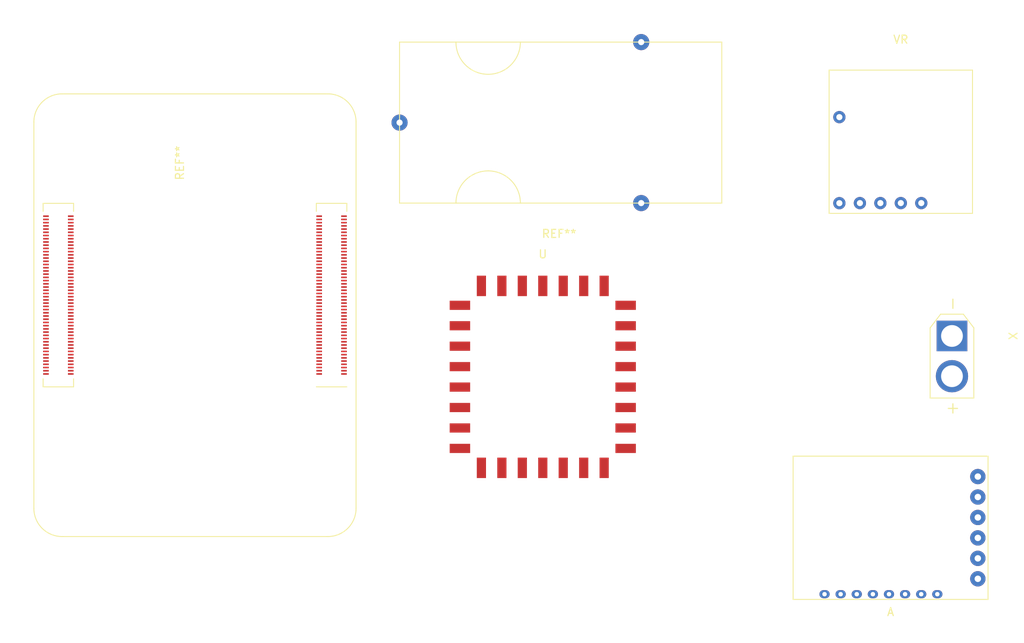
<source format=kicad_pcb>
(kicad_pcb (version 20171130) (host pcbnew "(5.1.10)-1")

  (general
    (thickness 1.6)
    (drawings 4)
    (tracks 0)
    (zones 0)
    (modules 6)
    (nets 1)
  )

  (page A2)
  (layers
    (0 F.Cu signal)
    (31 B.Cu signal)
    (32 B.Adhes user)
    (33 F.Adhes user)
    (34 B.Paste user)
    (35 F.Paste user)
    (36 B.SilkS user)
    (37 F.SilkS user)
    (38 B.Mask user)
    (39 F.Mask user)
    (40 Dwgs.User user)
    (41 Cmts.User user)
    (42 Eco1.User user)
    (43 Eco2.User user)
    (44 Edge.Cuts user)
    (45 Margin user)
    (46 B.CrtYd user)
    (47 F.CrtYd user)
    (48 B.Fab user)
    (49 F.Fab user)
  )

  (setup
    (last_trace_width 0.25)
    (trace_clearance 0.2)
    (zone_clearance 0.508)
    (zone_45_only no)
    (trace_min 0.2)
    (via_size 0.8)
    (via_drill 0.4)
    (via_min_size 0.4)
    (via_min_drill 0.3)
    (uvia_size 0.3)
    (uvia_drill 0.1)
    (uvias_allowed no)
    (uvia_min_size 0.2)
    (uvia_min_drill 0.1)
    (edge_width 0.05)
    (segment_width 0.2)
    (pcb_text_width 0.3)
    (pcb_text_size 1.5 1.5)
    (mod_edge_width 0.12)
    (mod_text_size 1 1)
    (mod_text_width 0.15)
    (pad_size 1.524 1.524)
    (pad_drill 0.762)
    (pad_to_mask_clearance 0)
    (aux_axis_origin 0 0)
    (grid_origin 52.07 29.21)
    (visible_elements 7FFFFFFF)
    (pcbplotparams
      (layerselection 0x010fc_ffffffff)
      (usegerberextensions false)
      (usegerberattributes true)
      (usegerberadvancedattributes true)
      (creategerberjobfile true)
      (excludeedgelayer true)
      (linewidth 0.100000)
      (plotframeref false)
      (viasonmask false)
      (mode 1)
      (useauxorigin false)
      (hpglpennumber 1)
      (hpglpenspeed 20)
      (hpglpendiameter 15.000000)
      (psnegative false)
      (psa4output false)
      (plotreference true)
      (plotvalue true)
      (plotinvisibletext false)
      (padsonsilk false)
      (subtractmaskfromsilk false)
      (outputformat 1)
      (mirror false)
      (drillshape 1)
      (scaleselection 1)
      (outputdirectory ""))
  )

  (net 0 "")

  (net_class Default "This is the default net class."
    (clearance 0.2)
    (trace_width 0.25)
    (via_dia 0.8)
    (via_drill 0.4)
    (uvia_dia 0.3)
    (uvia_drill 0.1)
  )

  (module PayloadFootprints:Barometer_Grove (layer F.Cu) (tedit 61613564) (tstamp 6161C4A9)
    (at 203.2 139.7 180)
    (fp_text reference REF** (at -19.812 -3.81) (layer F.SilkS)
      (effects (font (size 1 1) (thickness 0.15)))
    )
    (fp_text value Barometer_Grove (at -19.05 24.384) (layer F.Fab)
      (effects (font (size 1 1) (thickness 0.15)))
    )
    (fp_line (start 0 0) (end 0 20) (layer F.SilkS) (width 0.12))
    (fp_line (start -40 0) (end -40 20) (layer F.SilkS) (width 0.12))
    (fp_line (start -40 0) (end 0 0) (layer F.SilkS) (width 0.12))
    (fp_line (start 0 20) (end -40 20) (layer F.SilkS) (width 0.12))
    (fp_arc (start -11 20) (end -7 20) (angle -180) (layer F.SilkS) (width 0.12))
    (fp_arc (start -11 0) (end -15 0) (angle -180) (layer F.SilkS) (width 0.12))
    (pad "" np_thru_hole circle (at 0 10 180) (size 2 2) (drill 0.762) (layers *.Cu *.Mask))
    (pad "" np_thru_hole circle (at -30 0 180) (size 2 2) (drill 0.762) (layers *.Cu *.Mask))
    (pad "" np_thru_hole circle (at -30 20 180) (size 2 2) (drill 0.762) (layers *.Cu *.Mask))
  )

  (module PayloadFootprints:VN-100 (layer F.Cu) (tedit 615E3B2C) (tstamp 6161BC78)
    (at 220.98 161.29)
    (fp_text reference U (at 0 -15.24) (layer F.SilkS)
      (effects (font (size 1 1) (thickness 0.15)))
    )
    (fp_text value VN-100 (at 0 15.24) (layer F.Fab)
      (effects (font (size 1 1) (thickness 0.15)))
    )
    (pad 16 smd rect (at -10.287 -8.89 90) (size 1.143 2.54) (layers F.Cu F.Paste F.Mask))
    (pad 8 smd rect (at 10.287 -8.89 90) (size 1.143 2.54) (layers F.Cu F.Paste F.Mask))
    (pad 1 smd rect (at 10.287 8.89 90) (size 1.143 2.54) (layers F.Cu F.Paste F.Mask))
    (pad 2 smd rect (at 10.287 6.35 90) (size 1.143 2.54) (layers F.Cu F.Paste F.Mask))
    (pad 3 smd rect (at 10.287 3.81 90) (size 1.143 2.54) (layers F.Cu F.Paste F.Mask))
    (pad 4 smd rect (at 10.287 1.27 90) (size 1.143 2.54) (layers F.Cu F.Paste F.Mask))
    (pad 5 smd rect (at 10.287 -1.27 90) (size 1.143 2.54) (layers F.Cu F.Paste F.Mask))
    (pad 6 smd rect (at 10.287 -3.81 90) (size 1.143 2.54) (layers F.Cu F.Paste F.Mask))
    (pad 22 smd rect (at -10.287 6.35 90) (size 1.143 2.54) (layers F.Cu F.Paste F.Mask))
    (pad 23 smd rect (at -10.287 8.89 90) (size 1.143 2.54) (layers F.Cu F.Paste F.Mask))
    (pad 21 smd rect (at -10.287 3.81 90) (size 1.143 2.54) (layers F.Cu F.Paste F.Mask))
    (pad 20 smd rect (at -10.287 1.27 90) (size 1.143 2.54) (layers F.Cu F.Paste F.Mask))
    (pad 19 smd rect (at -10.287 -1.27 90) (size 1.143 2.54) (layers F.Cu F.Paste F.Mask))
    (pad 18 smd rect (at -10.287 -3.81 90) (size 1.143 2.54) (layers F.Cu F.Paste F.Mask))
    (pad 17 smd rect (at -10.287 -6.35 90) (size 1.143 2.54) (layers F.Cu F.Paste F.Mask))
    (pad 7 smd rect (at 10.287 -6.35 90) (size 1.143 2.54) (layers F.Cu F.Paste F.Mask))
    (pad 24 smd rect (at -7.62 11.303 180) (size 1.143 2.54) (layers F.Cu F.Paste F.Mask))
    (pad 25 smd rect (at -5.08 11.303 180) (size 1.143 2.54) (layers F.Cu F.Paste F.Mask))
    (pad 26 smd rect (at -2.54 11.303 180) (size 1.143 2.54) (layers F.Cu F.Paste F.Mask))
    (pad 27 smd rect (at 0 11.303 180) (size 1.143 2.54) (layers F.Cu F.Paste F.Mask))
    (pad 28 smd rect (at 2.54 11.303 180) (size 1.143 2.54) (layers F.Cu F.Paste F.Mask))
    (pad 29 smd rect (at 5.08 11.303 180) (size 1.143 2.54) (layers F.Cu F.Paste F.Mask))
    (pad 15 smd rect (at -7.62 -11.303) (size 1.143 2.54) (layers F.Cu F.Paste F.Mask))
    (pad 14 smd rect (at -5.08 -11.303) (size 1.143 2.54) (layers F.Cu F.Paste F.Mask))
    (pad 13 smd rect (at -2.54 -11.303) (size 1.143 2.54) (layers F.Cu F.Paste F.Mask))
    (pad 12 smd rect (at 0 -11.303) (size 1.143 2.54) (layers F.Cu F.Paste F.Mask))
    (pad 11 smd rect (at 2.54 -11.303) (size 1.143 2.54) (layers F.Cu F.Paste F.Mask))
    (pad 10 smd rect (at 5.08 -11.303) (size 1.143 2.54) (layers F.Cu F.Paste F.Mask))
    (pad 30 smd rect (at 7.62 11.303) (size 1.143 2.54) (layers F.Cu F.Paste F.Mask))
    (pad 9 smd rect (at 7.62 -11.303) (size 1.143 2.54) (layers F.Cu F.Paste F.Mask))
  )

  (module PayloadFootprints:XT30 (layer F.Cu) (tedit 615E3B24) (tstamp 6161B2E2)
    (at 271.78 156.21 270)
    (fp_text reference X (at 0 -7.62 90) (layer F.SilkS)
      (effects (font (size 1 1) (thickness 0.15)))
    )
    (fp_text value XT30 (at 0 8.89 90) (layer F.Fab)
      (effects (font (size 1 1) (thickness 0.15)))
    )
    (fp_line (start -0.9 2.6) (end 7.6 2.6) (layer F.Fab) (width 0.1))
    (fp_line (start -1.01 2.71) (end 7.71 2.71) (layer F.SilkS) (width 0.12))
    (fp_line (start 7.6 -2.6) (end 7.6 2.6) (layer F.Fab) (width 0.1))
    (fp_line (start -2.6 -1.3) (end -2.6 1.3) (layer F.Fab) (width 0.1))
    (fp_line (start -2.71 -1.41) (end -2.71 1.41) (layer F.SilkS) (width 0.12))
    (fp_line (start 8.1 -3.1) (end 8.1 3.1) (layer F.CrtYd) (width 0.05))
    (fp_line (start -1.4 -3.1) (end 8.1 -3.1) (layer F.CrtYd) (width 0.05))
    (fp_line (start -2.71 1.41) (end -1.01 2.71) (layer F.SilkS) (width 0.12))
    (fp_line (start -3.1 -1.8) (end -1.4 -3.1) (layer F.CrtYd) (width 0.05))
    (fp_line (start -1.4 3.1) (end 8.1 3.1) (layer F.CrtYd) (width 0.05))
    (fp_line (start -2.71 -1.41) (end -1.01 -2.71) (layer F.SilkS) (width 0.12))
    (fp_line (start -3.1 -1.8) (end -3.1 1.8) (layer F.CrtYd) (width 0.05))
    (fp_line (start -3.1 1.8) (end -1.4 3.1) (layer F.CrtYd) (width 0.05))
    (fp_line (start -1.01 -2.71) (end 7.71 -2.71) (layer F.SilkS) (width 0.12))
    (fp_line (start -2.6 1.3) (end -0.9 2.6) (layer F.Fab) (width 0.1))
    (fp_line (start -2.6 -1.3) (end -0.9 -2.6) (layer F.Fab) (width 0.1))
    (fp_line (start 7.71 -2.71) (end 7.71 2.71) (layer F.SilkS) (width 0.12))
    (fp_line (start -0.9 -2.6) (end 7.6 -2.6) (layer F.Fab) (width 0.1))
    (fp_text user %R (at 2.5 0 90) (layer F.Fab)
      (effects (font (size 1 1) (thickness 0.15)))
    )
    (fp_text user + (at 9 0 90) (layer F.SilkS)
      (effects (font (size 1.5 1.5) (thickness 0.15)))
    )
    (fp_text user - (at -4 0 90) (layer F.SilkS)
      (effects (font (size 1.5 1.5) (thickness 0.15)))
    )
    (pad 2 thru_hole circle (at 5 0 270) (size 4 4) (drill 2.7) (layers *.Cu *.Mask))
    (pad 1 thru_hole rect (at 0 0 270) (size 3.8 3.8) (drill 2.7) (layers *.Cu *.Mask))
  )

  (module PayloadFootprints:D24V22F5_VoltageRegulator (layer F.Cu) (tedit 615B9DE1) (tstamp 61625383)
    (at 265.43 132.08)
    (fp_text reference VR (at 0 -12.7) (layer F.SilkS)
      (effects (font (size 1 1) (thickness 0.15)))
    )
    (fp_text value D24V22F5_VoltageRegulator (at 0 12.7) (layer F.Fab)
      (effects (font (size 1 1) (thickness 0.15)))
    )
    (fp_line (start -8.9 8.9) (end -8.9 -8.9) (layer F.SilkS) (width 0.12))
    (fp_line (start 8.9 8.9) (end -8.9 8.9) (layer F.SilkS) (width 0.12))
    (fp_line (start 8.9 -8.9) (end -8.9 -8.9) (layer F.SilkS) (width 0.12))
    (fp_line (start 8.9 8.9) (end 8.9 -8.9) (layer F.SilkS) (width 0.12))
    (pad 6 thru_hole circle (at -7.63 -3.06) (size 1.524 1.524) (drill 0.762) (layers *.Cu *.Mask))
    (pad "" np_thru_hole circle (at -6.6 -6.6) (size 3 3) (drill 3) (layers *.Cu *.Mask))
    (pad 5 thru_hole circle (at 2.54 7.62) (size 1.524 1.524) (drill 0.762) (layers *.Cu *.Mask))
    (pad 4 thru_hole circle (at 0 7.62) (size 1.524 1.524) (drill 0.762) (layers *.Cu *.Mask))
    (pad 1 thru_hole circle (at -7.63 7.63) (size 1.524 1.524) (drill 0.762) (layers *.Cu *.Mask))
    (pad 2 thru_hole circle (at -5.08 7.62) (size 1.524 1.524) (drill 0.762) (layers *.Cu *.Mask))
    (pad 3 thru_hole circle (at -2.54 7.62) (size 1.524 1.524) (drill 0.762) (layers *.Cu *.Mask))
    (pad "" np_thru_hole circle (at 6.6 6.6) (size 3 3) (drill 3) (layers *.Cu *.Mask))
  )

  (module PayloadFootprints:TBS_Crossfire_RF (layer F.Cu) (tedit 615E3B1D) (tstamp 6161ACA7)
    (at 264.16 180.34 180)
    (fp_text reference A (at 0 -10.16) (layer F.SilkS)
      (effects (font (size 1 1) (thickness 0.15)))
    )
    (fp_text value TBS_Crossfire_RF (at 0 11.43) (layer F.Fab)
      (effects (font (size 1 1) (thickness 0.15)))
    )
    (fp_line (start -12.1 9.2) (end -12.1 -8.58) (layer Dwgs.User) (width 0.12))
    (fp_line (start 12.03 9.2) (end -12.1 9.2) (layer Dwgs.User) (width 0.12))
    (fp_line (start -12.1 -8.6) (end 12.1 -8.6) (layer F.SilkS) (width 0.12))
    (fp_line (start -12.1 -8.58) (end 10.76 -8.58) (layer Dwgs.User) (width 0.12))
    (fp_line (start 12.03 -8.58) (end 12.03 9.2) (layer Dwgs.User) (width 0.12))
    (fp_line (start 12.1 9.2) (end -12.1 9.2) (layer F.SilkS) (width 0.12))
    (fp_line (start -12.1 9.2) (end -12.1 -8.6) (layer F.SilkS) (width 0.12))
    (fp_line (start 12.1 -8.6) (end 12.1 9.2) (layer F.SilkS) (width 0.12))
    (fp_line (start 10.76 -8.58) (end 12.03 -8.58) (layer Dwgs.User) (width 0.12))
    (pad 10 thru_hole oval (at 0.2 -7.95 180) (size 1.27 1) (drill 0.55) (layers *.Cu *.Mask))
    (pad 8 thru_hole oval (at -3.8 -7.95 180) (size 1.27 1) (drill 0.55) (layers *.Cu *.Mask))
    (pad 9 thru_hole oval (at -1.8 -7.95 180) (size 1.27 1) (drill 0.55) (layers *.Cu *.Mask))
    (pad 7 thru_hole oval (at -5.8 -7.95 180) (size 1.27 1) (drill 0.55) (layers *.Cu *.Mask))
    (pad 12 thru_hole oval (at 4.2 -7.95 180) (size 1.27 1) (drill 0.55) (layers *.Cu *.Mask))
    (pad 6 thru_hole circle (at -10.83 -6.04 180) (size 1.9 1.9) (drill 0.8) (layers *.Cu *.Mask))
    (pad 4 thru_hole circle (at -10.83 -0.96 180) (size 1.9 1.9) (drill 0.8) (layers *.Cu *.Mask))
    (pad 11 thru_hole oval (at 2.2 -7.95 180) (size 1.27 1) (drill 0.55) (layers *.Cu *.Mask))
    (pad 2 thru_hole circle (at -10.83 4.12 180) (size 1.9 1.9) (drill 0.8) (layers *.Cu *.Mask))
    (pad 14 thru_hole oval (at 8.2 -7.95 180) (size 1.27 1) (drill 0.55) (layers *.Cu *.Mask))
    (pad 1 thru_hole circle (at -10.83 6.66 180) (size 1.9 1.9) (drill 0.8) (layers *.Cu *.Mask))
    (pad 3 thru_hole circle (at -10.83 1.58 180) (size 1.9 1.9) (drill 0.8) (layers *.Cu *.Mask))
    (pad 13 thru_hole oval (at 6.2 -7.95 180) (size 1.27 1) (drill 0.55) (layers *.Cu *.Mask))
    (pad 5 thru_hole circle (at -10.83 -3.5 180) (size 1.9 1.9) (drill 0.8) (layers *.Cu *.Mask))
  )

  (module PayloadFootprints:Pi_CM4 (layer F.Cu) (tedit 5FE7BB14) (tstamp 6161A5F8)
    (at 177.8 151.13 180)
    (descr "Raspberry Pi 4 Compute Module")
    (tags "Raspberry Pi 4 Compute Module")
    (attr smd)
    (fp_text reference REF** (at 1.88 16.42 270) (layer F.SilkS)
      (effects (font (size 1 1) (thickness 0.15)))
    )
    (fp_text value Raspberry-Pi-4-Compute-Module (at 0.02 21.69) (layer F.Fab)
      (effects (font (size 1 1) (thickness 0.15)))
    )
    (fp_line (start -18.85 11.4) (end -15.07 11.4) (layer F.SilkS) (width 0.12))
    (fp_line (start 15.07 11.4) (end 15.07 10.4) (layer F.SilkS) (width 0.12))
    (fp_line (start 18.85 11.4) (end 18.85 10.4) (layer F.SilkS) (width 0.12))
    (fp_line (start 20 21.5) (end 20 -26.5) (layer F.SilkS) (width 0.12))
    (fp_line (start -18.85 -11.4) (end -15.07 -11.4) (layer F.SilkS) (width 0.12))
    (fp_line (start 15.07 -11.4) (end 18.85 -11.4) (layer F.SilkS) (width 0.12))
    (fp_line (start -18.85 11.4) (end -18.85 10.4) (layer F.SilkS) (width 0.12))
    (fp_line (start -15.07 11.4) (end -15.07 10.4) (layer F.SilkS) (width 0.12))
    (fp_line (start 15.07 11.4) (end 18.85 11.4) (layer F.SilkS) (width 0.12))
    (fp_line (start -16.5 25) (end 16.5 25) (layer F.SilkS) (width 0.12))
    (fp_line (start -20 -26.5) (end -20 21.5) (layer F.SilkS) (width 0.12))
    (fp_line (start 18.85 -11.4) (end 18.85 -10.4) (layer F.SilkS) (width 0.12))
    (fp_line (start 15.07 -11.4) (end 15.07 -10.4) (layer F.SilkS) (width 0.12))
    (fp_line (start 16.5 -30) (end -16.5 -30) (layer F.SilkS) (width 0.12))
    (fp_line (start -18.85 -11.4) (end -15.07 -11.4) (layer F.CrtYd) (width 0.12))
    (fp_line (start 15.07 11.4) (end 15.07 -11.4) (layer F.CrtYd) (width 0.12))
    (fp_line (start 18.85 11.4) (end 15.07 11.4) (layer F.CrtYd) (width 0.12))
    (fp_line (start 15.07 -11.4) (end 18.85 -11.4) (layer F.CrtYd) (width 0.12))
    (fp_line (start 18.85 -11.4) (end 18.85 11.4) (layer F.CrtYd) (width 0.12))
    (fp_line (start -18.85 11.4) (end -18.85 -11.4) (layer F.CrtYd) (width 0.12))
    (fp_line (start -15.07 11.4) (end -18.85 11.4) (layer F.CrtYd) (width 0.12))
    (fp_line (start -15.07 -11.4) (end -15.07 11.4) (layer F.CrtYd) (width 0.12))
    (fp_line (start -18.85 -11.4) (end -15.05 -11.4) (layer F.Fab) (width 0.12))
    (fp_line (start -15.05 -11.4) (end -15.05 11.4) (layer F.Fab) (width 0.12))
    (fp_line (start -15.05 11.4) (end -18.85 11.4) (layer F.Fab) (width 0.12))
    (fp_line (start -18.85 11.4) (end -18.85 -11.4) (layer F.Fab) (width 0.12))
    (fp_line (start 15.1 -11.4) (end 18.85 -11.4) (layer F.Fab) (width 0.12))
    (fp_line (start 18.85 -11.4) (end 18.8 11.4) (layer F.Fab) (width 0.12))
    (fp_line (start 18.8 11.4) (end 15.1 11.4) (layer F.Fab) (width 0.12))
    (fp_line (start 15.1 11.4) (end 15.1 -11.4) (layer F.Fab) (width 0.12))
    (fp_line (start -18.8 -9.9) (end -18.15 -9.9) (layer F.Fab) (width 0.12))
    (fp_line (start -18.15 -9.9) (end -18.15 9.9) (layer F.Fab) (width 0.12))
    (fp_line (start -18.15 9.9) (end -18.8 9.9) (layer F.Fab) (width 0.12))
    (fp_line (start -15.1 9.9) (end -15.75 9.9) (layer F.Fab) (width 0.12))
    (fp_line (start -15.75 9.9) (end -15.8 -9.9) (layer F.Fab) (width 0.12))
    (fp_line (start -15.8 -9.9) (end -15.1 -9.9) (layer F.Fab) (width 0.12))
    (fp_line (start 15.15 -9.9) (end 15.75 -9.9) (layer F.Fab) (width 0.12))
    (fp_line (start 15.75 -9.9) (end 15.75 9.9) (layer F.Fab) (width 0.12))
    (fp_line (start 15.75 9.9) (end 15.15 9.9) (layer F.Fab) (width 0.12))
    (fp_line (start 18.75 9.9) (end 18.15 9.9) (layer F.Fab) (width 0.12))
    (fp_line (start 18.15 9.9) (end 18.2 -9.9) (layer F.Fab) (width 0.12))
    (fp_line (start 18.2 -9.9) (end 18.8 -9.9) (layer F.Fab) (width 0.12))
    (fp_text user 1 (at 15.6 -10.65) (layer F.Fab)
      (effects (font (size 1 1) (thickness 0.15)))
    )
    (fp_text user 1 (at -18.4 -10.6) (layer F.Fab)
      (effects (font (size 1 1) (thickness 0.15)))
    )
    (fp_arc (start -16.5 21.5) (end -20 21.5) (angle -90) (layer F.SilkS) (width 0.12))
    (fp_arc (start -16.5 -26.5) (end -16.5 -30) (angle -90) (layer F.SilkS) (width 0.12))
    (fp_arc (start 16.5 21.5) (end 16.5 25) (angle -90) (layer F.SilkS) (width 0.12))
    (fp_arc (start 16.5 -26.5) (end 20 -26.5) (angle -90) (layer F.SilkS) (width 0.12))
    (pad "" np_thru_hole circle (at -16.5 -26.5 180) (size 2.7 2.7) (drill 2.7) (layers *.Cu *.Mask)
      (solder_mask_margin 1.7) (clearance 1.7))
    (pad "" np_thru_hole circle (at 16.5 21.5 180) (size 2.7 2.7) (drill 2.7) (layers *.Cu *.Mask)
      (solder_mask_margin 1.7) (clearance 1.7))
    (pad "" np_thru_hole circle (at -16.5 21.5 180) (size 2.7 2.7) (drill 2.7) (layers *.Cu *.Mask)
      (solder_mask_margin 1.7) (clearance 1.7))
    (pad "" np_thru_hole circle (at 16.5 -26.5 180) (size 2.7 2.7) (drill 2.7) (layers *.Cu *.Mask)
      (solder_mask_margin 1.7) (clearance 1.7))
    (pad 1 smd rect (at -18.5 -9.8 90) (size 0.2 0.7) (layers F.Cu F.Paste F.Mask))
    (pad 2 smd rect (at -15.42 -9.8 90) (size 0.2 0.7) (layers F.Cu F.Paste F.Mask))
    (pad 3 smd rect (at -18.5 -9.4 90) (size 0.2 0.7) (layers F.Cu F.Paste F.Mask))
    (pad 4 smd rect (at -15.42 -9.4 90) (size 0.2 0.7) (layers F.Cu F.Paste F.Mask))
    (pad 5 smd rect (at -18.5 -9 90) (size 0.2 0.7) (layers F.Cu F.Paste F.Mask))
    (pad 6 smd rect (at -15.42 -9 90) (size 0.2 0.7) (layers F.Cu F.Paste F.Mask))
    (pad 7 smd rect (at -18.5 -8.6 90) (size 0.2 0.7) (layers F.Cu F.Paste F.Mask))
    (pad 8 smd rect (at -15.42 -8.6 90) (size 0.2 0.7) (layers F.Cu F.Paste F.Mask))
    (pad 9 smd rect (at -18.5 -8.2 90) (size 0.2 0.7) (layers F.Cu F.Paste F.Mask))
    (pad 10 smd rect (at -15.42 -8.2 90) (size 0.2 0.7) (layers F.Cu F.Paste F.Mask))
    (pad 11 smd rect (at -18.5 -7.8 90) (size 0.2 0.7) (layers F.Cu F.Paste F.Mask))
    (pad 12 smd rect (at -15.42 -7.8 90) (size 0.2 0.7) (layers F.Cu F.Paste F.Mask))
    (pad 13 smd rect (at -18.5 -7.4 90) (size 0.2 0.7) (layers F.Cu F.Paste F.Mask))
    (pad 14 smd rect (at -15.42 -7.4 90) (size 0.2 0.7) (layers F.Cu F.Paste F.Mask))
    (pad 15 smd rect (at -18.5 -7 90) (size 0.2 0.7) (layers F.Cu F.Paste F.Mask))
    (pad 16 smd rect (at -15.42 -7 90) (size 0.2 0.7) (layers F.Cu F.Paste F.Mask))
    (pad 17 smd rect (at -18.5 -6.6 90) (size 0.2 0.7) (layers F.Cu F.Paste F.Mask))
    (pad 18 smd rect (at -15.42 -6.6 90) (size 0.2 0.7) (layers F.Cu F.Paste F.Mask))
    (pad 19 smd rect (at -18.5 -6.2 90) (size 0.2 0.7) (layers F.Cu F.Paste F.Mask))
    (pad 20 smd rect (at -15.42 -6.2 90) (size 0.2 0.7) (layers F.Cu F.Paste F.Mask))
    (pad 21 smd rect (at -18.5 -5.8 90) (size 0.2 0.7) (layers F.Cu F.Paste F.Mask))
    (pad 22 smd rect (at -15.42 -5.8 90) (size 0.2 0.7) (layers F.Cu F.Paste F.Mask))
    (pad 23 smd rect (at -18.5 -5.4 90) (size 0.2 0.7) (layers F.Cu F.Paste F.Mask))
    (pad 24 smd rect (at -15.42 -5.4 90) (size 0.2 0.7) (layers F.Cu F.Paste F.Mask))
    (pad 25 smd rect (at -18.5 -5 90) (size 0.2 0.7) (layers F.Cu F.Paste F.Mask))
    (pad 26 smd rect (at -15.42 -5 90) (size 0.2 0.7) (layers F.Cu F.Paste F.Mask))
    (pad 27 smd rect (at -18.5 -4.6 90) (size 0.2 0.7) (layers F.Cu F.Paste F.Mask))
    (pad 28 smd rect (at -15.42 -4.6 90) (size 0.2 0.7) (layers F.Cu F.Paste F.Mask))
    (pad 29 smd rect (at -18.5 -4.2 90) (size 0.2 0.7) (layers F.Cu F.Paste F.Mask))
    (pad 30 smd rect (at -15.42 -4.2 90) (size 0.2 0.7) (layers F.Cu F.Paste F.Mask))
    (pad 31 smd rect (at -18.5 -3.8 90) (size 0.2 0.7) (layers F.Cu F.Paste F.Mask))
    (pad 32 smd rect (at -15.42 -3.8 90) (size 0.2 0.7) (layers F.Cu F.Paste F.Mask))
    (pad 33 smd rect (at -18.5 -3.4 90) (size 0.2 0.7) (layers F.Cu F.Paste F.Mask))
    (pad 34 smd rect (at -15.42 -3.4 90) (size 0.2 0.7) (layers F.Cu F.Paste F.Mask))
    (pad 35 smd rect (at -18.5 -3 90) (size 0.2 0.7) (layers F.Cu F.Paste F.Mask))
    (pad 36 smd rect (at -15.42 -3 90) (size 0.2 0.7) (layers F.Cu F.Paste F.Mask))
    (pad 37 smd rect (at -18.5 -2.6 90) (size 0.2 0.7) (layers F.Cu F.Paste F.Mask))
    (pad 38 smd rect (at -15.42 -2.6 90) (size 0.2 0.7) (layers F.Cu F.Paste F.Mask))
    (pad 39 smd rect (at -18.5 -2.2 90) (size 0.2 0.7) (layers F.Cu F.Paste F.Mask))
    (pad 40 smd rect (at -15.42 -2.2 90) (size 0.2 0.7) (layers F.Cu F.Paste F.Mask))
    (pad 41 smd rect (at -18.5 -1.8 90) (size 0.2 0.7) (layers F.Cu F.Paste F.Mask))
    (pad 42 smd rect (at -15.42 -1.8 90) (size 0.2 0.7) (layers F.Cu F.Paste F.Mask))
    (pad 43 smd rect (at -18.5 -1.4 90) (size 0.2 0.7) (layers F.Cu F.Paste F.Mask))
    (pad 44 smd rect (at -15.42 -1.4 90) (size 0.2 0.7) (layers F.Cu F.Paste F.Mask))
    (pad 45 smd rect (at -18.5 -1 90) (size 0.2 0.7) (layers F.Cu F.Paste F.Mask))
    (pad 46 smd rect (at -15.42 -1 90) (size 0.2 0.7) (layers F.Cu F.Paste F.Mask))
    (pad 47 smd rect (at -18.5 -0.6 90) (size 0.2 0.7) (layers F.Cu F.Paste F.Mask))
    (pad 48 smd rect (at -15.42 -0.6 90) (size 0.2 0.7) (layers F.Cu F.Paste F.Mask))
    (pad 49 smd rect (at -18.5 -0.2 90) (size 0.2 0.7) (layers F.Cu F.Paste F.Mask))
    (pad 50 smd rect (at -15.42 -0.2 90) (size 0.2 0.7) (layers F.Cu F.Paste F.Mask))
    (pad 51 smd rect (at -18.5 0.2 90) (size 0.2 0.7) (layers F.Cu F.Paste F.Mask))
    (pad 52 smd rect (at -15.42 0.2 90) (size 0.2 0.7) (layers F.Cu F.Paste F.Mask))
    (pad 53 smd rect (at -18.5 0.6 90) (size 0.2 0.7) (layers F.Cu F.Paste F.Mask))
    (pad 54 smd rect (at -15.42 0.6 90) (size 0.2 0.7) (layers F.Cu F.Paste F.Mask))
    (pad 55 smd rect (at -18.5 1 90) (size 0.2 0.7) (layers F.Cu F.Paste F.Mask))
    (pad 56 smd rect (at -15.42 1 90) (size 0.2 0.7) (layers F.Cu F.Paste F.Mask))
    (pad 57 smd rect (at -18.5 1.4 90) (size 0.2 0.7) (layers F.Cu F.Paste F.Mask))
    (pad 58 smd rect (at -15.42 1.4 90) (size 0.2 0.7) (layers F.Cu F.Paste F.Mask))
    (pad 59 smd rect (at -18.5 1.8 90) (size 0.2 0.7) (layers F.Cu F.Paste F.Mask))
    (pad 60 smd rect (at -15.42 1.8 90) (size 0.2 0.7) (layers F.Cu F.Paste F.Mask))
    (pad 61 smd rect (at -18.5 2.2 90) (size 0.2 0.7) (layers F.Cu F.Paste F.Mask))
    (pad 62 smd rect (at -15.42 2.2 90) (size 0.2 0.7) (layers F.Cu F.Paste F.Mask))
    (pad 63 smd rect (at -18.5 2.6 90) (size 0.2 0.7) (layers F.Cu F.Paste F.Mask))
    (pad 64 smd rect (at -15.42 2.6 90) (size 0.2 0.7) (layers F.Cu F.Paste F.Mask))
    (pad 65 smd rect (at -18.5 3 90) (size 0.2 0.7) (layers F.Cu F.Paste F.Mask))
    (pad 66 smd rect (at -15.42 3 90) (size 0.2 0.7) (layers F.Cu F.Paste F.Mask))
    (pad 67 smd rect (at -18.5 3.4 90) (size 0.2 0.7) (layers F.Cu F.Paste F.Mask))
    (pad 68 smd rect (at -15.42 3.4 90) (size 0.2 0.7) (layers F.Cu F.Paste F.Mask))
    (pad 69 smd rect (at -18.5 3.8 90) (size 0.2 0.7) (layers F.Cu F.Paste F.Mask))
    (pad 70 smd rect (at -15.42 3.8 90) (size 0.2 0.7) (layers F.Cu F.Paste F.Mask))
    (pad 71 smd rect (at -18.5 4.2 90) (size 0.2 0.7) (layers F.Cu F.Paste F.Mask))
    (pad 72 smd rect (at -15.42 4.2 90) (size 0.2 0.7) (layers F.Cu F.Paste F.Mask))
    (pad 73 smd rect (at -18.5 4.6 90) (size 0.2 0.7) (layers F.Cu F.Paste F.Mask))
    (pad 74 smd rect (at -15.42 4.6 90) (size 0.2 0.7) (layers F.Cu F.Paste F.Mask))
    (pad 75 smd rect (at -18.5 5 90) (size 0.2 0.7) (layers F.Cu F.Paste F.Mask))
    (pad 76 smd rect (at -15.42 5 90) (size 0.2 0.7) (layers F.Cu F.Paste F.Mask))
    (pad 77 smd rect (at -18.5 5.4 90) (size 0.2 0.7) (layers F.Cu F.Paste F.Mask))
    (pad 78 smd rect (at -15.42 5.4 90) (size 0.2 0.7) (layers F.Cu F.Paste F.Mask))
    (pad 79 smd rect (at -18.5 5.8 90) (size 0.2 0.7) (layers F.Cu F.Paste F.Mask))
    (pad 80 smd rect (at -15.42 5.8 90) (size 0.2 0.7) (layers F.Cu F.Paste F.Mask))
    (pad 81 smd rect (at -18.5 6.2 90) (size 0.2 0.7) (layers F.Cu F.Paste F.Mask))
    (pad 82 smd rect (at -15.42 6.2 90) (size 0.2 0.7) (layers F.Cu F.Paste F.Mask))
    (pad 83 smd rect (at -18.5 6.6 90) (size 0.2 0.7) (layers F.Cu F.Paste F.Mask))
    (pad 84 smd rect (at -15.42 6.6 90) (size 0.2 0.7) (layers F.Cu F.Paste F.Mask))
    (pad 85 smd rect (at -18.5 7 90) (size 0.2 0.7) (layers F.Cu F.Paste F.Mask))
    (pad 86 smd rect (at -15.42 7 90) (size 0.2 0.7) (layers F.Cu F.Paste F.Mask))
    (pad 87 smd rect (at -18.5 7.4 90) (size 0.2 0.7) (layers F.Cu F.Paste F.Mask))
    (pad 88 smd rect (at -15.42 7.4 90) (size 0.2 0.7) (layers F.Cu F.Paste F.Mask))
    (pad 89 smd rect (at -18.5 7.8 90) (size 0.2 0.7) (layers F.Cu F.Paste F.Mask))
    (pad 90 smd rect (at -15.42 7.8 90) (size 0.2 0.7) (layers F.Cu F.Paste F.Mask))
    (pad 91 smd rect (at -18.5 8.2 90) (size 0.2 0.7) (layers F.Cu F.Paste F.Mask))
    (pad 92 smd rect (at -15.42 8.2 90) (size 0.2 0.7) (layers F.Cu F.Paste F.Mask))
    (pad 93 smd rect (at -18.5 8.6 90) (size 0.2 0.7) (layers F.Cu F.Paste F.Mask))
    (pad 94 smd rect (at -15.42 8.6 90) (size 0.2 0.7) (layers F.Cu F.Paste F.Mask))
    (pad 95 smd rect (at -18.5 9 90) (size 0.2 0.7) (layers F.Cu F.Paste F.Mask))
    (pad 96 smd rect (at -15.42 9 90) (size 0.2 0.7) (layers F.Cu F.Paste F.Mask))
    (pad 97 smd rect (at -18.5 9.4 90) (size 0.2 0.7) (layers F.Cu F.Paste F.Mask))
    (pad 98 smd rect (at -15.42 9.4 90) (size 0.2 0.7) (layers F.Cu F.Paste F.Mask))
    (pad 99 smd rect (at -18.5 9.8 90) (size 0.2 0.7) (layers F.Cu F.Paste F.Mask))
    (pad 100 smd rect (at -15.42 9.8 90) (size 0.2 0.7) (layers F.Cu F.Paste F.Mask))
    (pad 101 smd rect (at 15.42 -9.8 90) (size 0.2 0.7) (layers F.Cu F.Paste F.Mask))
    (pad 102 smd rect (at 18.5 -9.8 90) (size 0.2 0.7) (layers F.Cu F.Paste F.Mask))
    (pad 103 smd rect (at 15.42 -9.4 90) (size 0.2 0.7) (layers F.Cu F.Paste F.Mask))
    (pad 104 smd rect (at 18.5 -9.4 90) (size 0.2 0.7) (layers F.Cu F.Paste F.Mask))
    (pad 105 smd rect (at 15.42 -9 90) (size 0.2 0.7) (layers F.Cu F.Paste F.Mask))
    (pad 106 smd rect (at 18.5 -9 90) (size 0.2 0.7) (layers F.Cu F.Paste F.Mask))
    (pad 107 smd rect (at 15.42 -8.6 90) (size 0.2 0.7) (layers F.Cu F.Paste F.Mask))
    (pad 108 smd rect (at 18.5 -8.6 90) (size 0.2 0.7) (layers F.Cu F.Paste F.Mask))
    (pad 109 smd rect (at 15.42 -8.2 90) (size 0.2 0.7) (layers F.Cu F.Paste F.Mask))
    (pad 110 smd rect (at 18.5 -8.2 90) (size 0.2 0.7) (layers F.Cu F.Paste F.Mask))
    (pad 111 smd rect (at 15.42 -7.8 90) (size 0.2 0.7) (layers F.Cu F.Paste F.Mask))
    (pad 112 smd rect (at 18.5 -7.8 90) (size 0.2 0.7) (layers F.Cu F.Paste F.Mask))
    (pad 113 smd rect (at 15.42 -7.4 90) (size 0.2 0.7) (layers F.Cu F.Paste F.Mask))
    (pad 114 smd rect (at 18.5 -7.4 90) (size 0.2 0.7) (layers F.Cu F.Paste F.Mask))
    (pad 115 smd rect (at 15.42 -7 90) (size 0.2 0.7) (layers F.Cu F.Paste F.Mask)
      (die_length 0.02))
    (pad 116 smd rect (at 18.5 -7 90) (size 0.2 0.7) (layers F.Cu F.Paste F.Mask))
    (pad 117 smd rect (at 15.42 -6.6 90) (size 0.2 0.7) (layers F.Cu F.Paste F.Mask)
      (die_length 0.01))
    (pad 118 smd rect (at 18.5 -6.6 90) (size 0.2 0.7) (layers F.Cu F.Paste F.Mask))
    (pad 119 smd rect (at 15.42 -6.2 90) (size 0.2 0.7) (layers F.Cu F.Paste F.Mask))
    (pad 120 smd rect (at 18.5 -6.2 90) (size 0.2 0.7) (layers F.Cu F.Paste F.Mask))
    (pad 121 smd rect (at 15.42 -5.8 90) (size 0.2 0.7) (layers F.Cu F.Paste F.Mask)
      (die_length 0.4))
    (pad 122 smd rect (at 18.5 -5.8 90) (size 0.2 0.7) (layers F.Cu F.Paste F.Mask))
    (pad 123 smd rect (at 15.42 -5.4 90) (size 0.2 0.7) (layers F.Cu F.Paste F.Mask)
      (die_length 0.4))
    (pad 124 smd rect (at 18.5 -5.4 90) (size 0.2 0.7) (layers F.Cu F.Paste F.Mask))
    (pad 125 smd rect (at 15.42 -5 90) (size 0.2 0.7) (layers F.Cu F.Paste F.Mask))
    (pad 126 smd rect (at 18.5 -5 90) (size 0.2 0.7) (layers F.Cu F.Paste F.Mask))
    (pad 127 smd rect (at 15.42 -4.6 90) (size 0.2 0.7) (layers F.Cu F.Paste F.Mask)
      (die_length 0.78))
    (pad 128 smd rect (at 18.5 -4.6 90) (size 0.2 0.7) (layers F.Cu F.Paste F.Mask)
      (die_length 0.06))
    (pad 129 smd rect (at 15.42 -4.2 90) (size 0.2 0.7) (layers F.Cu F.Paste F.Mask)
      (die_length 0.78))
    (pad 130 smd rect (at 18.5 -4.2 90) (size 0.2 0.7) (layers F.Cu F.Paste F.Mask)
      (die_length 0.07))
    (pad 131 smd rect (at 15.42 -3.8 90) (size 0.2 0.7) (layers F.Cu F.Paste F.Mask))
    (pad 132 smd rect (at 18.5 -3.8 90) (size 0.2 0.7) (layers F.Cu F.Paste F.Mask))
    (pad 133 smd rect (at 15.42 -3.4 90) (size 0.2 0.7) (layers F.Cu F.Paste F.Mask)
      (die_length 0.05))
    (pad 134 smd rect (at 18.5 -3.4 90) (size 0.2 0.7) (layers F.Cu F.Paste F.Mask))
    (pad 135 smd rect (at 15.42 -3 90) (size 0.2 0.7) (layers F.Cu F.Paste F.Mask)
      (die_length 0.04))
    (pad 136 smd rect (at 18.5 -3 90) (size 0.2 0.7) (layers F.Cu F.Paste F.Mask))
    (pad 137 smd rect (at 15.42 -2.6 90) (size 0.2 0.7) (layers F.Cu F.Paste F.Mask))
    (pad 138 smd rect (at 18.5 -2.6 90) (size 0.2 0.7) (layers F.Cu F.Paste F.Mask))
    (pad 139 smd rect (at 15.42 -2.2 90) (size 0.2 0.7) (layers F.Cu F.Paste F.Mask))
    (pad 140 smd rect (at 18.5 -2.2 90) (size 0.2 0.7) (layers F.Cu F.Paste F.Mask)
      (die_length 0.02))
    (pad 141 smd rect (at 15.42 -1.8 90) (size 0.2 0.7) (layers F.Cu F.Paste F.Mask))
    (pad 142 smd rect (at 18.5 -1.8 90) (size 0.2 0.7) (layers F.Cu F.Paste F.Mask)
      (die_length 0.02))
    (pad 143 smd rect (at 15.42 -1.4 90) (size 0.2 0.7) (layers F.Cu F.Paste F.Mask))
    (pad 144 smd rect (at 18.5 -1.4 90) (size 0.2 0.7) (layers F.Cu F.Paste F.Mask))
    (pad 145 smd rect (at 15.42 -1 90) (size 0.2 0.7) (layers F.Cu F.Paste F.Mask))
    (pad 146 smd rect (at 18.5 -1 90) (size 0.2 0.7) (layers F.Cu F.Paste F.Mask))
    (pad 147 smd rect (at 15.42 -0.6 90) (size 0.2 0.7) (layers F.Cu F.Paste F.Mask))
    (pad 148 smd rect (at 18.5 -0.6 90) (size 0.2 0.7) (layers F.Cu F.Paste F.Mask))
    (pad 149 smd rect (at 15.42 -0.2 90) (size 0.2 0.7) (layers F.Cu F.Paste F.Mask))
    (pad 150 smd rect (at 18.5 -0.2 90) (size 0.2 0.7) (layers F.Cu F.Paste F.Mask))
    (pad 151 smd rect (at 15.42 0.2 90) (size 0.2 0.7) (layers F.Cu F.Paste F.Mask))
    (pad 152 smd rect (at 18.5 0.2 90) (size 0.2 0.7) (layers F.Cu F.Paste F.Mask)
      (die_length 1))
    (pad 153 smd rect (at 15.42 0.6 90) (size 0.2 0.7) (layers F.Cu F.Paste F.Mask))
    (pad 154 smd rect (at 18.5 0.6 90) (size 0.2 0.7) (layers F.Cu F.Paste F.Mask)
      (die_length 1))
    (pad 155 smd rect (at 15.42 1 90) (size 0.2 0.7) (layers F.Cu F.Paste F.Mask))
    (pad 156 smd rect (at 18.5 1 90) (size 0.2 0.7) (layers F.Cu F.Paste F.Mask))
    (pad 157 smd rect (at 15.42 1.4 90) (size 0.2 0.7) (layers F.Cu F.Paste F.Mask))
    (pad 158 smd rect (at 18.5 1.4 90) (size 0.2 0.7) (layers F.Cu F.Paste F.Mask)
      (die_length 1.51))
    (pad 159 smd rect (at 15.42 1.8 90) (size 0.2 0.7) (layers F.Cu F.Paste F.Mask))
    (pad 160 smd rect (at 18.5 1.8 90) (size 0.2 0.7) (layers F.Cu F.Paste F.Mask)
      (die_length 1.51))
    (pad 161 smd rect (at 15.42 2.2 90) (size 0.2 0.7) (layers F.Cu F.Paste F.Mask))
    (pad 162 smd rect (at 18.5 2.2 90) (size 0.2 0.7) (layers F.Cu F.Paste F.Mask))
    (pad 163 smd rect (at 15.42 2.6 90) (size 0.2 0.7) (layers F.Cu F.Paste F.Mask))
    (pad 164 smd rect (at 18.5 2.6 90) (size 0.2 0.7) (layers F.Cu F.Paste F.Mask)
      (die_length 2.47))
    (pad 165 smd rect (at 15.42 3 90) (size 0.2 0.7) (layers F.Cu F.Paste F.Mask))
    (pad 166 smd rect (at 18.5 3 90) (size 0.2 0.7) (layers F.Cu F.Paste F.Mask)
      (die_length 2.47))
    (pad 167 smd rect (at 15.42 3.4 90) (size 0.2 0.7) (layers F.Cu F.Paste F.Mask))
    (pad 168 smd rect (at 18.5 3.4 90) (size 0.2 0.7) (layers F.Cu F.Paste F.Mask))
    (pad 169 smd rect (at 15.42 3.8 90) (size 0.2 0.7) (layers F.Cu F.Paste F.Mask))
    (pad 170 smd rect (at 18.5 3.8 90) (size 0.2 0.7) (layers F.Cu F.Paste F.Mask))
    (pad 171 smd rect (at 15.42 4.2 90) (size 0.2 0.7) (layers F.Cu F.Paste F.Mask))
    (pad 172 smd rect (at 18.5 4.2 90) (size 0.2 0.7) (layers F.Cu F.Paste F.Mask))
    (pad 173 smd rect (at 15.42 4.6 90) (size 0.2 0.7) (layers F.Cu F.Paste F.Mask))
    (pad 174 smd rect (at 18.5 4.6 90) (size 0.2 0.7) (layers F.Cu F.Paste F.Mask))
    (pad 175 smd rect (at 15.42 5 90) (size 0.2 0.7) (layers F.Cu F.Paste F.Mask))
    (pad 176 smd rect (at 18.5 5 90) (size 0.2 0.7) (layers F.Cu F.Paste F.Mask)
      (die_length 0.62))
    (pad 177 smd rect (at 15.42 5.4 90) (size 0.2 0.7) (layers F.Cu F.Paste F.Mask)
      (die_length 0.01))
    (pad 178 smd rect (at 18.5 5.4 90) (size 0.2 0.7) (layers F.Cu F.Paste F.Mask)
      (die_length 0.62))
    (pad 179 smd rect (at 15.42 5.8 90) (size 0.2 0.7) (layers F.Cu F.Paste F.Mask))
    (pad 180 smd rect (at 18.5 5.8 90) (size 0.2 0.7) (layers F.Cu F.Paste F.Mask))
    (pad 181 smd rect (at 15.42 6.2 90) (size 0.2 0.7) (layers F.Cu F.Paste F.Mask)
      (die_length 1.06))
    (pad 182 smd rect (at 18.5 6.2 90) (size 0.2 0.7) (layers F.Cu F.Paste F.Mask)
      (die_length 1.76))
    (pad 183 smd rect (at 15.42 6.6 90) (size 0.2 0.7) (layers F.Cu F.Paste F.Mask)
      (die_length 1.06))
    (pad 184 smd rect (at 18.5 6.6 90) (size 0.2 0.7) (layers F.Cu F.Paste F.Mask)
      (die_length 1.76))
    (pad 185 smd rect (at 15.42 7 90) (size 0.2 0.7) (layers F.Cu F.Paste F.Mask))
    (pad 186 smd rect (at 18.5 7 90) (size 0.2 0.7) (layers F.Cu F.Paste F.Mask))
    (pad 187 smd rect (at 15.42 7.4 90) (size 0.2 0.7) (layers F.Cu F.Paste F.Mask))
    (pad 188 smd rect (at 18.5 7.4 90) (size 0.2 0.7) (layers F.Cu F.Paste F.Mask)
      (die_length 3.24))
    (pad 189 smd rect (at 15.42 7.8 90) (size 0.2 0.7) (layers F.Cu F.Paste F.Mask)
      (die_length 1.28))
    (pad 190 smd rect (at 18.5 7.8 90) (size 0.2 0.7) (layers F.Cu F.Paste F.Mask)
      (die_length 3.25))
    (pad 191 smd rect (at 15.42 8.2 90) (size 0.2 0.7) (layers F.Cu F.Paste F.Mask)
      (die_length 1.28))
    (pad 192 smd rect (at 18.5 8.2 90) (size 0.2 0.7) (layers F.Cu F.Paste F.Mask))
    (pad 193 smd rect (at 15.42 8.6 90) (size 0.2 0.7) (layers F.Cu F.Paste F.Mask)
      (die_length 0.83))
    (pad 194 smd rect (at 18.5 8.6 90) (size 0.2 0.7) (layers F.Cu F.Paste F.Mask)
      (die_length 3.78))
    (pad 195 smd rect (at 15.42 9 90) (size 0.2 0.7) (layers F.Cu F.Paste F.Mask)
      (die_length 0.84))
    (pad 196 smd rect (at 18.5 9 90) (size 0.2 0.7) (layers F.Cu F.Paste F.Mask)
      (die_length 3.78))
    (pad 197 smd rect (at 15.42 9.4 90) (size 0.2 0.7) (layers F.Cu F.Paste F.Mask))
    (pad 198 smd rect (at 18.5 9.4 90) (size 0.2 0.7) (layers F.Cu F.Paste F.Mask))
    (pad 199 smd rect (at 15.42 9.8 90) (size 0.2 0.7) (layers F.Cu F.Paste F.Mask))
    (pad 200 smd rect (at 18.5 9.8 90) (size 0.2 0.7) (layers F.Cu F.Paste F.Mask))
    (model "3D/DF40HC(3.0)-100DS-0.4V.stp"
      (offset (xyz -16.96 -0.12 0))
      (scale (xyz 1 1 1))
      (rotate (xyz -90 0 0))
    )
    (model "3D/DF40HC(3.0)-100DS-0.4V.stp"
      (offset (xyz 16.96 -0.12 0))
      (scale (xyz 1 1 1))
      (rotate (xyz -90 0 0))
    )
    (model 3D/CM4.step
      (offset (xyz 36 -25 2))
      (scale (xyz 1 1 1))
      (rotate (xyz 0 0 -90))
    )
  )

  (gr_line (start 153.67 194.31) (end 153.67 118.11) (layer Dwgs.User) (width 0.15) (tstamp 616249B8))
  (gr_line (start 280.67 194.31) (end 153.67 194.31) (layer Dwgs.User) (width 0.15))
  (gr_line (start 280.67 118.11) (end 280.67 194.31) (layer Dwgs.User) (width 0.15))
  (gr_line (start 153.67 118.11) (end 280.67 118.11) (layer Dwgs.User) (width 0.15))

)

</source>
